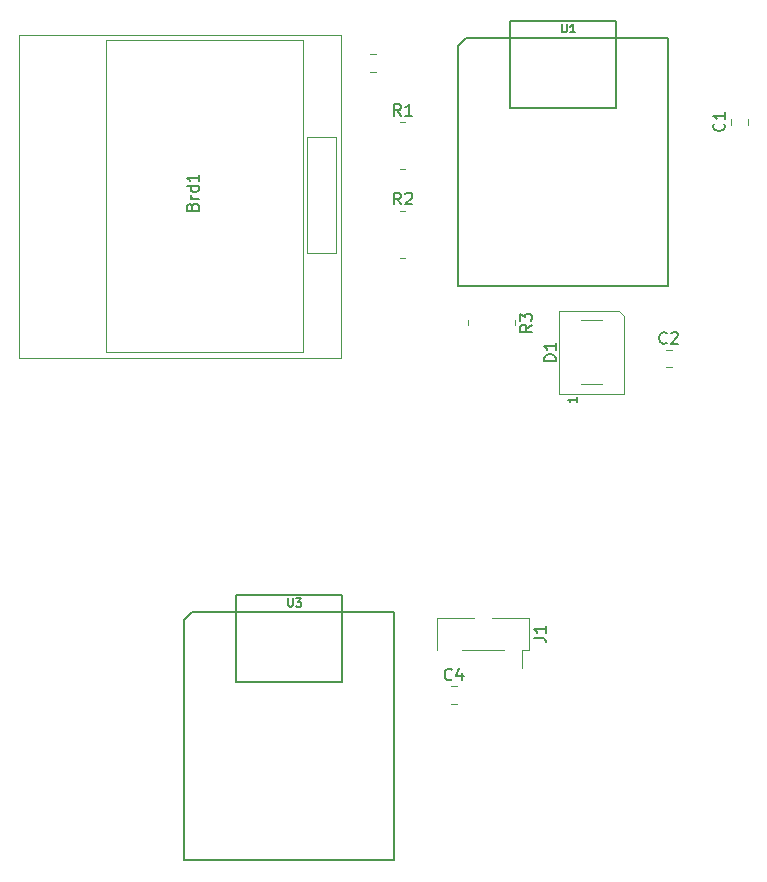
<source format=gbr>
%TF.GenerationSoftware,KiCad,Pcbnew,8.0.8*%
%TF.CreationDate,2025-02-05T21:11:50-08:00*%
%TF.ProjectId,KiCad,4b694361-642e-46b6-9963-61645f706362,1*%
%TF.SameCoordinates,Original*%
%TF.FileFunction,Legend,Top*%
%TF.FilePolarity,Positive*%
%FSLAX46Y46*%
G04 Gerber Fmt 4.6, Leading zero omitted, Abs format (unit mm)*
G04 Created by KiCad (PCBNEW 8.0.8) date 2025-02-05 21:11:50*
%MOMM*%
%LPD*%
G01*
G04 APERTURE LIST*
%ADD10C,0.150000*%
%ADD11C,0.127000*%
%ADD12C,0.120000*%
G04 APERTURE END LIST*
D10*
X164466166Y-107835533D02*
X164466166Y-108402200D01*
X164466166Y-108402200D02*
X164499500Y-108468866D01*
X164499500Y-108468866D02*
X164532833Y-108502200D01*
X164532833Y-108502200D02*
X164599500Y-108535533D01*
X164599500Y-108535533D02*
X164732833Y-108535533D01*
X164732833Y-108535533D02*
X164799500Y-108502200D01*
X164799500Y-108502200D02*
X164832833Y-108468866D01*
X164832833Y-108468866D02*
X164866166Y-108402200D01*
X164866166Y-108402200D02*
X164866166Y-107835533D01*
X165132833Y-107835533D02*
X165566166Y-107835533D01*
X165566166Y-107835533D02*
X165332833Y-108102200D01*
X165332833Y-108102200D02*
X165432833Y-108102200D01*
X165432833Y-108102200D02*
X165499499Y-108135533D01*
X165499499Y-108135533D02*
X165532833Y-108168866D01*
X165532833Y-108168866D02*
X165566166Y-108235533D01*
X165566166Y-108235533D02*
X165566166Y-108402200D01*
X165566166Y-108402200D02*
X165532833Y-108468866D01*
X165532833Y-108468866D02*
X165499499Y-108502200D01*
X165499499Y-108502200D02*
X165432833Y-108535533D01*
X165432833Y-108535533D02*
X165232833Y-108535533D01*
X165232833Y-108535533D02*
X165166166Y-108502200D01*
X165166166Y-108502200D02*
X165132833Y-108468866D01*
X187641166Y-59215533D02*
X187641166Y-59782200D01*
X187641166Y-59782200D02*
X187674500Y-59848866D01*
X187674500Y-59848866D02*
X187707833Y-59882200D01*
X187707833Y-59882200D02*
X187774500Y-59915533D01*
X187774500Y-59915533D02*
X187907833Y-59915533D01*
X187907833Y-59915533D02*
X187974500Y-59882200D01*
X187974500Y-59882200D02*
X188007833Y-59848866D01*
X188007833Y-59848866D02*
X188041166Y-59782200D01*
X188041166Y-59782200D02*
X188041166Y-59215533D01*
X188741166Y-59915533D02*
X188341166Y-59915533D01*
X188541166Y-59915533D02*
X188541166Y-59215533D01*
X188541166Y-59215533D02*
X188474499Y-59315533D01*
X188474499Y-59315533D02*
X188407833Y-59382200D01*
X188407833Y-59382200D02*
X188341166Y-59415533D01*
X185109819Y-84666666D02*
X184633628Y-84999999D01*
X185109819Y-85238094D02*
X184109819Y-85238094D01*
X184109819Y-85238094D02*
X184109819Y-84857142D01*
X184109819Y-84857142D02*
X184157438Y-84761904D01*
X184157438Y-84761904D02*
X184205057Y-84714285D01*
X184205057Y-84714285D02*
X184300295Y-84666666D01*
X184300295Y-84666666D02*
X184443152Y-84666666D01*
X184443152Y-84666666D02*
X184538390Y-84714285D01*
X184538390Y-84714285D02*
X184586009Y-84761904D01*
X184586009Y-84761904D02*
X184633628Y-84857142D01*
X184633628Y-84857142D02*
X184633628Y-85238094D01*
X184109819Y-84333332D02*
X184109819Y-83714285D01*
X184109819Y-83714285D02*
X184490771Y-84047618D01*
X184490771Y-84047618D02*
X184490771Y-83904761D01*
X184490771Y-83904761D02*
X184538390Y-83809523D01*
X184538390Y-83809523D02*
X184586009Y-83761904D01*
X184586009Y-83761904D02*
X184681247Y-83714285D01*
X184681247Y-83714285D02*
X184919342Y-83714285D01*
X184919342Y-83714285D02*
X185014580Y-83761904D01*
X185014580Y-83761904D02*
X185062200Y-83809523D01*
X185062200Y-83809523D02*
X185109819Y-83904761D01*
X185109819Y-83904761D02*
X185109819Y-84190475D01*
X185109819Y-84190475D02*
X185062200Y-84285713D01*
X185062200Y-84285713D02*
X185014580Y-84333332D01*
X174008333Y-74474819D02*
X173675000Y-73998628D01*
X173436905Y-74474819D02*
X173436905Y-73474819D01*
X173436905Y-73474819D02*
X173817857Y-73474819D01*
X173817857Y-73474819D02*
X173913095Y-73522438D01*
X173913095Y-73522438D02*
X173960714Y-73570057D01*
X173960714Y-73570057D02*
X174008333Y-73665295D01*
X174008333Y-73665295D02*
X174008333Y-73808152D01*
X174008333Y-73808152D02*
X173960714Y-73903390D01*
X173960714Y-73903390D02*
X173913095Y-73951009D01*
X173913095Y-73951009D02*
X173817857Y-73998628D01*
X173817857Y-73998628D02*
X173436905Y-73998628D01*
X174389286Y-73570057D02*
X174436905Y-73522438D01*
X174436905Y-73522438D02*
X174532143Y-73474819D01*
X174532143Y-73474819D02*
X174770238Y-73474819D01*
X174770238Y-73474819D02*
X174865476Y-73522438D01*
X174865476Y-73522438D02*
X174913095Y-73570057D01*
X174913095Y-73570057D02*
X174960714Y-73665295D01*
X174960714Y-73665295D02*
X174960714Y-73760533D01*
X174960714Y-73760533D02*
X174913095Y-73903390D01*
X174913095Y-73903390D02*
X174341667Y-74474819D01*
X174341667Y-74474819D02*
X174960714Y-74474819D01*
X174008333Y-66974819D02*
X173675000Y-66498628D01*
X173436905Y-66974819D02*
X173436905Y-65974819D01*
X173436905Y-65974819D02*
X173817857Y-65974819D01*
X173817857Y-65974819D02*
X173913095Y-66022438D01*
X173913095Y-66022438D02*
X173960714Y-66070057D01*
X173960714Y-66070057D02*
X174008333Y-66165295D01*
X174008333Y-66165295D02*
X174008333Y-66308152D01*
X174008333Y-66308152D02*
X173960714Y-66403390D01*
X173960714Y-66403390D02*
X173913095Y-66451009D01*
X173913095Y-66451009D02*
X173817857Y-66498628D01*
X173817857Y-66498628D02*
X173436905Y-66498628D01*
X174960714Y-66974819D02*
X174389286Y-66974819D01*
X174675000Y-66974819D02*
X174675000Y-65974819D01*
X174675000Y-65974819D02*
X174579762Y-66117676D01*
X174579762Y-66117676D02*
X174484524Y-66212914D01*
X174484524Y-66212914D02*
X174389286Y-66260533D01*
X187129819Y-87738094D02*
X186129819Y-87738094D01*
X186129819Y-87738094D02*
X186129819Y-87499999D01*
X186129819Y-87499999D02*
X186177438Y-87357142D01*
X186177438Y-87357142D02*
X186272676Y-87261904D01*
X186272676Y-87261904D02*
X186367914Y-87214285D01*
X186367914Y-87214285D02*
X186558390Y-87166666D01*
X186558390Y-87166666D02*
X186701247Y-87166666D01*
X186701247Y-87166666D02*
X186891723Y-87214285D01*
X186891723Y-87214285D02*
X186986961Y-87261904D01*
X186986961Y-87261904D02*
X187082200Y-87357142D01*
X187082200Y-87357142D02*
X187129819Y-87499999D01*
X187129819Y-87499999D02*
X187129819Y-87738094D01*
X187129819Y-86214285D02*
X187129819Y-86785713D01*
X187129819Y-86499999D02*
X186129819Y-86499999D01*
X186129819Y-86499999D02*
X186272676Y-86595237D01*
X186272676Y-86595237D02*
X186367914Y-86690475D01*
X186367914Y-86690475D02*
X186415533Y-86785713D01*
X188937295Y-90771428D02*
X188937295Y-91228571D01*
X188937295Y-90999999D02*
X188137295Y-90999999D01*
X188137295Y-90999999D02*
X188251580Y-91076190D01*
X188251580Y-91076190D02*
X188327771Y-91152380D01*
X188327771Y-91152380D02*
X188365866Y-91228571D01*
X196508333Y-86179580D02*
X196460714Y-86227200D01*
X196460714Y-86227200D02*
X196317857Y-86274819D01*
X196317857Y-86274819D02*
X196222619Y-86274819D01*
X196222619Y-86274819D02*
X196079762Y-86227200D01*
X196079762Y-86227200D02*
X195984524Y-86131961D01*
X195984524Y-86131961D02*
X195936905Y-86036723D01*
X195936905Y-86036723D02*
X195889286Y-85846247D01*
X195889286Y-85846247D02*
X195889286Y-85703390D01*
X195889286Y-85703390D02*
X195936905Y-85512914D01*
X195936905Y-85512914D02*
X195984524Y-85417676D01*
X195984524Y-85417676D02*
X196079762Y-85322438D01*
X196079762Y-85322438D02*
X196222619Y-85274819D01*
X196222619Y-85274819D02*
X196317857Y-85274819D01*
X196317857Y-85274819D02*
X196460714Y-85322438D01*
X196460714Y-85322438D02*
X196508333Y-85370057D01*
X196889286Y-85370057D02*
X196936905Y-85322438D01*
X196936905Y-85322438D02*
X197032143Y-85274819D01*
X197032143Y-85274819D02*
X197270238Y-85274819D01*
X197270238Y-85274819D02*
X197365476Y-85322438D01*
X197365476Y-85322438D02*
X197413095Y-85370057D01*
X197413095Y-85370057D02*
X197460714Y-85465295D01*
X197460714Y-85465295D02*
X197460714Y-85560533D01*
X197460714Y-85560533D02*
X197413095Y-85703390D01*
X197413095Y-85703390D02*
X196841667Y-86274819D01*
X196841667Y-86274819D02*
X197460714Y-86274819D01*
X201354580Y-67629166D02*
X201402200Y-67676785D01*
X201402200Y-67676785D02*
X201449819Y-67819642D01*
X201449819Y-67819642D02*
X201449819Y-67914880D01*
X201449819Y-67914880D02*
X201402200Y-68057737D01*
X201402200Y-68057737D02*
X201306961Y-68152975D01*
X201306961Y-68152975D02*
X201211723Y-68200594D01*
X201211723Y-68200594D02*
X201021247Y-68248213D01*
X201021247Y-68248213D02*
X200878390Y-68248213D01*
X200878390Y-68248213D02*
X200687914Y-68200594D01*
X200687914Y-68200594D02*
X200592676Y-68152975D01*
X200592676Y-68152975D02*
X200497438Y-68057737D01*
X200497438Y-68057737D02*
X200449819Y-67914880D01*
X200449819Y-67914880D02*
X200449819Y-67819642D01*
X200449819Y-67819642D02*
X200497438Y-67676785D01*
X200497438Y-67676785D02*
X200545057Y-67629166D01*
X201449819Y-66676785D02*
X201449819Y-67248213D01*
X201449819Y-66962499D02*
X200449819Y-66962499D01*
X200449819Y-66962499D02*
X200592676Y-67057737D01*
X200592676Y-67057737D02*
X200687914Y-67152975D01*
X200687914Y-67152975D02*
X200735533Y-67248213D01*
X156352009Y-74666666D02*
X156399628Y-74523809D01*
X156399628Y-74523809D02*
X156447247Y-74476190D01*
X156447247Y-74476190D02*
X156542485Y-74428571D01*
X156542485Y-74428571D02*
X156685342Y-74428571D01*
X156685342Y-74428571D02*
X156780580Y-74476190D01*
X156780580Y-74476190D02*
X156828200Y-74523809D01*
X156828200Y-74523809D02*
X156875819Y-74619047D01*
X156875819Y-74619047D02*
X156875819Y-74999999D01*
X156875819Y-74999999D02*
X155875819Y-74999999D01*
X155875819Y-74999999D02*
X155875819Y-74666666D01*
X155875819Y-74666666D02*
X155923438Y-74571428D01*
X155923438Y-74571428D02*
X155971057Y-74523809D01*
X155971057Y-74523809D02*
X156066295Y-74476190D01*
X156066295Y-74476190D02*
X156161533Y-74476190D01*
X156161533Y-74476190D02*
X156256771Y-74523809D01*
X156256771Y-74523809D02*
X156304390Y-74571428D01*
X156304390Y-74571428D02*
X156352009Y-74666666D01*
X156352009Y-74666666D02*
X156352009Y-74999999D01*
X156875819Y-73999999D02*
X156209152Y-73999999D01*
X156399628Y-73999999D02*
X156304390Y-73952380D01*
X156304390Y-73952380D02*
X156256771Y-73904761D01*
X156256771Y-73904761D02*
X156209152Y-73809523D01*
X156209152Y-73809523D02*
X156209152Y-73714285D01*
X156875819Y-72952380D02*
X155875819Y-72952380D01*
X156828200Y-72952380D02*
X156875819Y-73047618D01*
X156875819Y-73047618D02*
X156875819Y-73238094D01*
X156875819Y-73238094D02*
X156828200Y-73333332D01*
X156828200Y-73333332D02*
X156780580Y-73380951D01*
X156780580Y-73380951D02*
X156685342Y-73428570D01*
X156685342Y-73428570D02*
X156399628Y-73428570D01*
X156399628Y-73428570D02*
X156304390Y-73380951D01*
X156304390Y-73380951D02*
X156256771Y-73333332D01*
X156256771Y-73333332D02*
X156209152Y-73238094D01*
X156209152Y-73238094D02*
X156209152Y-73047618D01*
X156209152Y-73047618D02*
X156256771Y-72952380D01*
X156875819Y-71952380D02*
X156875819Y-72523808D01*
X156875819Y-72238094D02*
X155875819Y-72238094D01*
X155875819Y-72238094D02*
X156018676Y-72333332D01*
X156018676Y-72333332D02*
X156113914Y-72428570D01*
X156113914Y-72428570D02*
X156161533Y-72523808D01*
X178333333Y-114679580D02*
X178285714Y-114727200D01*
X178285714Y-114727200D02*
X178142857Y-114774819D01*
X178142857Y-114774819D02*
X178047619Y-114774819D01*
X178047619Y-114774819D02*
X177904762Y-114727200D01*
X177904762Y-114727200D02*
X177809524Y-114631961D01*
X177809524Y-114631961D02*
X177761905Y-114536723D01*
X177761905Y-114536723D02*
X177714286Y-114346247D01*
X177714286Y-114346247D02*
X177714286Y-114203390D01*
X177714286Y-114203390D02*
X177761905Y-114012914D01*
X177761905Y-114012914D02*
X177809524Y-113917676D01*
X177809524Y-113917676D02*
X177904762Y-113822438D01*
X177904762Y-113822438D02*
X178047619Y-113774819D01*
X178047619Y-113774819D02*
X178142857Y-113774819D01*
X178142857Y-113774819D02*
X178285714Y-113822438D01*
X178285714Y-113822438D02*
X178333333Y-113870057D01*
X179190476Y-114108152D02*
X179190476Y-114774819D01*
X178952381Y-113727200D02*
X178714286Y-114441485D01*
X178714286Y-114441485D02*
X179333333Y-114441485D01*
X185284819Y-111178333D02*
X185999104Y-111178333D01*
X185999104Y-111178333D02*
X186141961Y-111225952D01*
X186141961Y-111225952D02*
X186237200Y-111321190D01*
X186237200Y-111321190D02*
X186284819Y-111464047D01*
X186284819Y-111464047D02*
X186284819Y-111559285D01*
X186284819Y-110178333D02*
X186284819Y-110749761D01*
X186284819Y-110464047D02*
X185284819Y-110464047D01*
X185284819Y-110464047D02*
X185427676Y-110559285D01*
X185427676Y-110559285D02*
X185522914Y-110654523D01*
X185522914Y-110654523D02*
X185570533Y-110749761D01*
D11*
%TO.C,U3*%
X160061000Y-114928000D02*
X160061000Y-107575000D01*
X169060000Y-114928000D02*
X160061000Y-114928000D01*
X169060000Y-107576000D02*
X169060000Y-114928000D01*
X160065000Y-107576000D02*
X169060000Y-107576000D01*
X155665000Y-109671500D02*
X155665000Y-130000000D01*
X156336541Y-109000000D02*
X155665000Y-109671500D01*
X173465000Y-109000000D02*
X156336541Y-109000000D01*
X173465000Y-130000000D02*
X173465000Y-109000000D01*
X155665000Y-130000000D02*
X173465000Y-130000000D01*
%TO.C,U1*%
X183236000Y-66308000D02*
X183236000Y-58955000D01*
X192235000Y-66308000D02*
X183236000Y-66308000D01*
X192235000Y-58956000D02*
X192235000Y-66308000D01*
X183240000Y-58956000D02*
X192235000Y-58956000D01*
X178840000Y-61051500D02*
X178840000Y-81380000D01*
X179511541Y-60380000D02*
X178840000Y-61051500D01*
X196640000Y-60380000D02*
X179511541Y-60380000D01*
X196640000Y-81380000D02*
X196640000Y-60380000D01*
X178840000Y-81380000D02*
X196640000Y-81380000D01*
D12*
%TO.C,R3*%
X179690000Y-84289758D02*
X179690000Y-84710242D01*
X183660000Y-84289758D02*
X183660000Y-84710242D01*
%TO.C,R2*%
X173964758Y-78985000D02*
X174385242Y-78985000D01*
X173964758Y-75015000D02*
X174385242Y-75015000D01*
%TO.C,R1*%
X173964758Y-71485000D02*
X174385242Y-71485000D01*
X173964758Y-67515000D02*
X174385242Y-67515000D01*
%TO.C,D1*%
X187425000Y-90500000D02*
X192925000Y-90500000D01*
X187425000Y-90500000D02*
X187425000Y-83500000D01*
X192925000Y-90500000D02*
X192925000Y-83950000D01*
X191075000Y-89700000D02*
X189275000Y-89700000D01*
X191075000Y-84300000D02*
X189275000Y-84300000D01*
X192925000Y-83950000D02*
X192475000Y-83500000D01*
X192475000Y-83500000D02*
X187425000Y-83500000D01*
%TO.C,C3*%
X171376248Y-63235000D02*
X171898752Y-63235000D01*
X171376248Y-61765000D02*
X171898752Y-61765000D01*
%TO.C,C2*%
X196413748Y-86765000D02*
X196936252Y-86765000D01*
X196413748Y-88235000D02*
X196936252Y-88235000D01*
%TO.C,C1*%
X203410000Y-67723752D02*
X203410000Y-67201248D01*
X201940000Y-67723752D02*
X201940000Y-67201248D01*
%TO.C,Brd1*%
X168975000Y-60100000D02*
X168975000Y-87500000D01*
X168975000Y-87500000D02*
X141675000Y-87500000D01*
X141675000Y-87500000D02*
X141675000Y-60100000D01*
X141675000Y-60100000D02*
X168975000Y-60100000D01*
X149080000Y-83622000D02*
X149080000Y-60522000D01*
X149080000Y-60522000D02*
X165680000Y-60522000D01*
X165680000Y-60522000D02*
X165680000Y-83622000D01*
X168486000Y-68801000D02*
X168486000Y-78580000D01*
X168486000Y-78580000D02*
X166073000Y-78580000D01*
X166073000Y-78580000D02*
X166073000Y-68801000D01*
X168486000Y-68801000D02*
X166073000Y-68801000D01*
X165680000Y-83622000D02*
X165680000Y-86708000D01*
X149080000Y-83622000D02*
X149055000Y-86962000D01*
X149055000Y-86962000D02*
X165692000Y-86962000D01*
X165692000Y-86962000D02*
X165680000Y-86708000D01*
%TO.C,C4*%
X178238748Y-116735000D02*
X178761252Y-116735000D01*
X178238748Y-115265000D02*
X178761252Y-115265000D01*
%TO.C,J1*%
X184830000Y-109515000D02*
X181720000Y-109515000D01*
X184830000Y-109515000D02*
X184830000Y-112175000D01*
X180200000Y-109515000D02*
X177090000Y-109515000D01*
X177660000Y-109515000D02*
X177090000Y-109515000D01*
X177090000Y-109515000D02*
X177090000Y-112175000D01*
X184830000Y-112175000D02*
X184260000Y-112175000D01*
X184260000Y-112175000D02*
X184260000Y-113695000D01*
X182740000Y-112175000D02*
X179180000Y-112175000D01*
%TD*%
M02*

</source>
